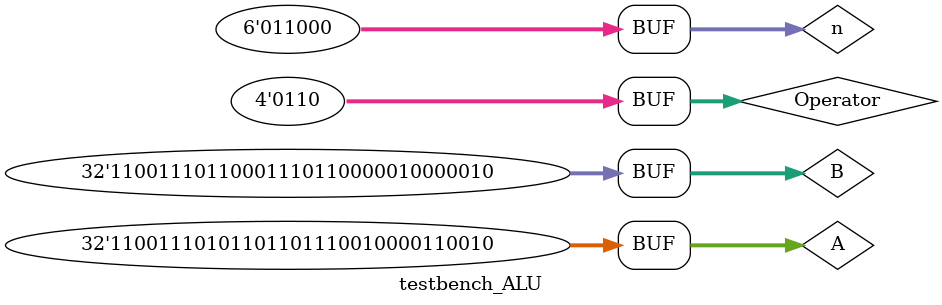
<source format=v>
module testbench_ALU();
    reg [31:0] A, B;
	reg [3:0] Operator;
	reg [5:0] n;
    wire [31:0] Result;
 
    alu U1 (.A(A),.B(B),.Operator(Operator),.n(n),.Result(Result));
    
    initial
	begin

		A = 32'b01100111000010000101000110000110;
		B = 32'b01010101101101111101010011000111;
		n=6'd32;
		Operator=4'b0000;
		#100
					  
			 
		A = 32'b10111110001010111011010011111100;
		B = 32'b00011011000000001100100110100001;
		n=6'd3;
		Operator=4'b0001;
		#100 
					  
			 
		A = 32'b10011101111100111011011000111001;
		B = 32'b01010000111001001001110000010100;
		n=6'd0;
		Operator=4'b0010;
		#100 
			 
		A = 32'b00100001101110001001100011010101;
		B = 32'b10101000100111110111101001011101;
		n=6'd1;
		Operator=4'b0011;
		#100 
					  
			 
		A = 32'b00110101101110110010000111000100;
		B = 32'b10001011010100000001100000110111;
		n=6'd4;
		Operator=4'b0100;
		#100 
					  
			 
		A = 32'b10001011100111001011101111010101;
		B = 32'b10011010010100010001111100000000;
		n=6'd13;
		Operator=4'b0101;
		#100 
					  
			 
		A = 32'b10100101000011101110000101100111;
		B = 32'b10010100111100111110010000001000;
		n=6'd9;
		Operator=4'b0110;
		#100 
					  
			 
		A = 32'b00101011100001011000110011000101;
		B = 32'b11010010010011100000010111100111;
		n=6'd12;
		Operator=4'b0111;
		#100
					  
			 
		A = 32'b10110101100101101100110010100010;
		B = 32'b00000101000111000101000101010110;
		n=6'd9;
		Operator=4'b1000;
		#100
					  
			 
		A = 32'b11110011011100101100111000010010;
		B = 32'b01111010011010100110010001100010;
		n=6'd18;
		Operator=4'b1001;
		#100 
					  
			 
		A = 32'b10000010101101100010100110100101;
		B = 32'b00101001000011110010110100110101;
		n=6'd3;
		Operator=4'b1010;
		#100 
					  
			 
		A = 32'b10101000101010101101100011101001;
		B = 32'b10110010010100100001011011101100;
		n=6'd1;
		Operator=4'b0000;
		#100 
					  
			 
		A = 32'b00010100001101011010101100110111;
		B = 32'b11000011011000011000010100111000;
		n=6'd13;
		Operator=4'b0001;
		#100 
					  
			 
		A = 32'b10010100010010101011111100011000;
		B = 32'b00101101110010100111001010010101;
		n=6'd22;
		Operator=4'b0010;
		#100 
					  
			 
		A = 32'b11101101001100010100010001010001;
		B = 32'b11110101100101101010111111001110;
		n=6'd9;
		Operator=4'b0011;
		#100 
					  
			 
		A = 32'b11100011101110100000001010010111;
		B = 32'b01001101111000110101110000101110;
		n=6'd15;
		Operator=4'b0100;
		#100
					  
			 
		A = 32'b01001010000001100110000111001111;
		B = 32'b01011011100010000110001100010001;
		n=6'd21;
		Operator=4'b0101;
		#100 
					  
			 
		A = 32'b01110000010010111110111110100110;
		B = 32'b11110010000110000111011110110001;
		n=6'd3;
		Operator=4'b0110;
		#100
			 
		A = 32'b00100010101001011010010111101000;
		B = 32'b00010010100100101010110100000100;
		n=6'd4;
        Operator=4'b0111;		
		#100
					  
			 
		A = 32'b10111110100101001001111000100100;
		B = 32'b01011111100010010000001010110000;
		n=6'd16;
		Operator=4'b1000;
		#100
					  
			 
		A = 32'b11011001100110010100110011010011;
		B = 32'b10100111111110100100100000011101;
		n=6'd6;
		Operator=4'b1001;
		#100 
					  
			 
		A = 32'b10111010000100001100101000111110;
		B = 32'b11001011001101010110110010110100;
		n=6'd15;
		Operator=4'b1010;
		#100
					  
			 
		A = 32'b01100110101000001110100111010101;
		B = 32'b10111111001010000100111110101101;
		n=6'd10;
		Operator=4'b0000;
		#100 
					  
			 
		A = 32'b01110011011010001011101101010010;
		B = 32'b01100010111011000000010000011011;
		n=6'd3;
		Operator=4'b0001;
		#100 
			 
		A = 32'b11110000100111101110010110101101;
		B = 32'b11010110111011011010001001110011;
		n=6'd9;
		Operator=4'b0010;
		#100
					  
			 
		A = 32'b10101101101111001111010001101110;
		B = 32'b10001001011001011011110111011000;
		n=6'd26;
		Operator=4'b0011;
		#100 
					  
			 
		A = 32'b11111001111000011110001101100011;
		B = 32'b11101011101000110011100100001011;
		n=6'd9;
		Operator=4'b0100;
		#100 
					  
			 
		A = 32'b00100110010101110001110000000110;
		B = 32'b00010010111100001001110111010011;
		n=6'd2;
		Operator=4'b0101;
		#100 
			 
		A = 32'b01001111110100000010011000111111;
		B = 32'b10100000101011010111001111110100;
		n=6'd3;
		Operator=4'b0110;
		#100 
			 
		A = 32'b01100000011010000001111110001111;
		B = 32'b00101100110100100010111011100001;
		n=6'd6;
		Operator=4'b0111;
		#100 
					  
			 
		A = 32'b00101011101001010001110111011100;
		B = 32'b10101101110000111000100010011111;
		n=6'd5;
		Operator=4'b1000;
		#100 
					  
			 
		A = 32'b11101010110010000111011011001010;
		B = 32'b11001111011101110010110000000010;
		n=6'd2;
		Operator=4'b1001;
		#100 
					  
			 
		A = 32'b01101010011101000001010001100001;
		B = 32'b01100110101010100101011001010001;
		n=6'd4;
		Operator=4'b1010;
		#100 

					  
			 
		A = 32'b00111101010101111101010100101110;
		B = 32'b10101101011100011111001100110011;
		n=6'd8;
		Operator=4'b0000;
		#100 
					  
			 
		A = 32'b01010111111100001000011101010100;
		B = 32'b11100001110101101111100000001110;
		n=6'd12;
		Operator=4'b0001;
		#100 
					  
			 
		A = 32'b11001100010000100111101010000111;
		B = 32'b00101110010011110010100110011000;
		n=6'd7;
		Operator=4'b0010;
		#100
					  
			 
		A = 32'b10010000001011000001001000011010;
		B = 32'b00111001111011011110100000011001;
		n=6'd4;
		Operator=4'b0011;
		#100 
					  
			 
		A = 32'b01001010110010101010001100111000;
		B = 32'b01011101001001111011000111100011;
		n=6'd2;
		Operator=4'b0100;
		#100 
					  
			 
		A = 32'b11011011110100001101000011110001;
		B = 32'b00011101111101001010101011111100;
		n=6'd14;
		Operator=4'b0101;
		#100
					  
			 
		A = 32'b11001110101101101110010000110010;
		B = 32'b11001110110001110110000010000010;
		n=6'd24;
		Operator=4'b0110;
		
					  
			 
	
end 
endmodule
</source>
